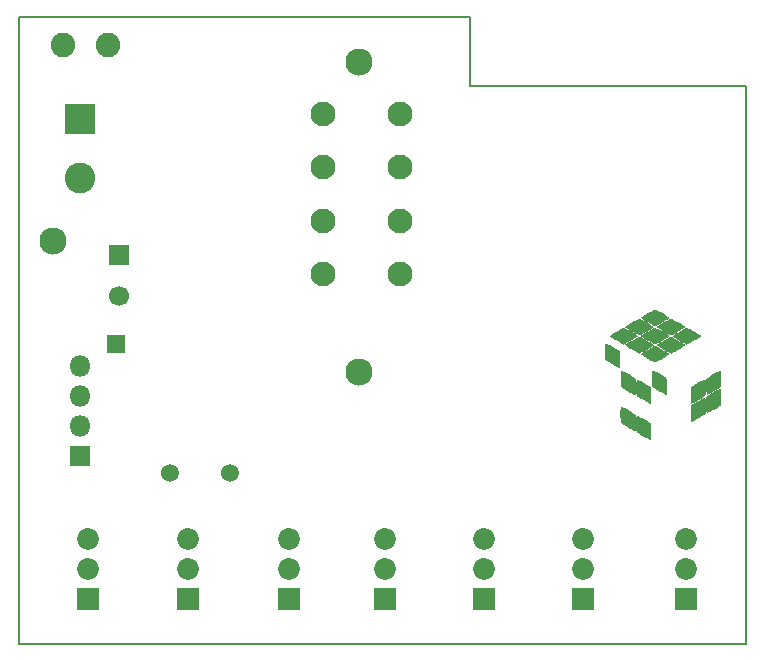
<source format=gbr>
%TF.GenerationSoftware,KiCad,Pcbnew,4.0.7-e2-6376~58~ubuntu16.04.1*%
%TF.CreationDate,2018-03-12T18:00:00+01:00*%
%TF.ProjectId,SLAMP-WiFi,534C414D502D576946692E6B69636164,rev?*%
%TF.FileFunction,Soldermask,Bot*%
%FSLAX46Y46*%
G04 Gerber Fmt 4.6, Leading zero omitted, Abs format (unit mm)*
G04 Created by KiCad (PCBNEW 4.0.7-e2-6376~58~ubuntu16.04.1) date Mon Mar 12 18:00:00 2018*
%MOMM*%
%LPD*%
G01*
G04 APERTURE LIST*
%ADD10C,0.127000*%
%ADD11C,0.010000*%
%ADD12C,2.300000*%
%ADD13R,1.600000X1.600000*%
%ADD14R,1.700000X1.700000*%
%ADD15C,1.700000*%
%ADD16R,2.600000X2.600000*%
%ADD17C,2.600000*%
%ADD18R,1.800000X1.800000*%
%ADD19O,1.800000X1.800000*%
%ADD20C,1.522400*%
%ADD21R,1.850000X1.850000*%
%ADD22C,1.850000*%
%ADD23C,2.100000*%
%ADD24C,2.082800*%
G04 APERTURE END LIST*
D10*
X143637000Y-54991000D02*
X143637000Y-56769000D01*
X181864000Y-54991000D02*
X143637000Y-54991000D01*
X181864000Y-56769000D02*
X181864000Y-54991000D01*
X143637000Y-56769000D02*
X143637000Y-60833000D01*
X181864000Y-58166000D02*
X181864000Y-56769000D01*
X181864000Y-60833000D02*
X181864000Y-58166000D01*
X201041000Y-60833000D02*
X181864000Y-60833000D01*
X143637000Y-108077000D02*
X143637000Y-60833000D01*
X205232000Y-108077000D02*
X143637000Y-108077000D01*
X205232000Y-60833000D02*
X205232000Y-108077000D01*
X201041000Y-60833000D02*
X205232000Y-60833000D01*
D11*
G36*
X195936873Y-88803835D02*
X195927599Y-88823863D01*
X195920708Y-88864064D01*
X195915866Y-88930021D01*
X195912736Y-89027316D01*
X195910983Y-89161528D01*
X195910271Y-89338241D01*
X195910200Y-89441245D01*
X195910935Y-89656950D01*
X195913272Y-89826197D01*
X195917413Y-89953309D01*
X195923558Y-90042610D01*
X195931910Y-90098423D01*
X195941950Y-90124216D01*
X195972048Y-90147555D01*
X196038521Y-90190851D01*
X196133969Y-90249820D01*
X196250991Y-90320178D01*
X196382185Y-90397642D01*
X196520150Y-90477928D01*
X196657486Y-90556752D01*
X196786790Y-90629830D01*
X196900661Y-90692879D01*
X196991699Y-90741616D01*
X197052502Y-90771755D01*
X197074293Y-90779600D01*
X197083982Y-90764960D01*
X197091552Y-90718550D01*
X197097169Y-90636628D01*
X197101003Y-90515455D01*
X197103223Y-90351291D01*
X197103996Y-90140396D01*
X197104000Y-90120492D01*
X197104000Y-89461385D01*
X197021450Y-89400500D01*
X196966014Y-89363434D01*
X196879176Y-89309952D01*
X196768591Y-89244350D01*
X196641912Y-89170924D01*
X196506793Y-89093972D01*
X196370890Y-89017790D01*
X196241855Y-88946675D01*
X196127343Y-88884923D01*
X196035009Y-88836831D01*
X195972506Y-88806697D01*
X195948868Y-88798400D01*
X195936873Y-88803835D01*
X195936873Y-88803835D01*
G37*
X195936873Y-88803835D02*
X195927599Y-88823863D01*
X195920708Y-88864064D01*
X195915866Y-88930021D01*
X195912736Y-89027316D01*
X195910983Y-89161528D01*
X195910271Y-89338241D01*
X195910200Y-89441245D01*
X195910935Y-89656950D01*
X195913272Y-89826197D01*
X195917413Y-89953309D01*
X195923558Y-90042610D01*
X195931910Y-90098423D01*
X195941950Y-90124216D01*
X195972048Y-90147555D01*
X196038521Y-90190851D01*
X196133969Y-90249820D01*
X196250991Y-90320178D01*
X196382185Y-90397642D01*
X196520150Y-90477928D01*
X196657486Y-90556752D01*
X196786790Y-90629830D01*
X196900661Y-90692879D01*
X196991699Y-90741616D01*
X197052502Y-90771755D01*
X197074293Y-90779600D01*
X197083982Y-90764960D01*
X197091552Y-90718550D01*
X197097169Y-90636628D01*
X197101003Y-90515455D01*
X197103223Y-90351291D01*
X197103996Y-90140396D01*
X197104000Y-90120492D01*
X197104000Y-89461385D01*
X197021450Y-89400500D01*
X196966014Y-89363434D01*
X196879176Y-89309952D01*
X196768591Y-89244350D01*
X196641912Y-89170924D01*
X196506793Y-89093972D01*
X196370890Y-89017790D01*
X196241855Y-88946675D01*
X196127343Y-88884923D01*
X196035009Y-88836831D01*
X195972506Y-88806697D01*
X195948868Y-88798400D01*
X195936873Y-88803835D01*
G36*
X194585090Y-88075350D02*
X194576467Y-88151118D01*
X194569879Y-88260432D01*
X194565323Y-88394686D01*
X194562798Y-88545275D01*
X194562300Y-88703592D01*
X194563827Y-88861030D01*
X194567377Y-89008984D01*
X194572947Y-89138848D01*
X194580535Y-89242015D01*
X194590137Y-89309879D01*
X194596125Y-89328750D01*
X194630250Y-89363114D01*
X194707104Y-89419123D01*
X194824241Y-89495187D01*
X194979213Y-89589721D01*
X195169573Y-89701135D01*
X195173508Y-89703400D01*
X195324321Y-89789819D01*
X195460488Y-89867148D01*
X195575868Y-89931955D01*
X195664318Y-89980809D01*
X195719694Y-90010278D01*
X195735940Y-90017600D01*
X195757890Y-89997460D01*
X195767783Y-89977422D01*
X195774994Y-89932391D01*
X195780147Y-89846417D01*
X195783359Y-89728450D01*
X195784748Y-89587439D01*
X195784429Y-89432335D01*
X195782522Y-89272088D01*
X195779142Y-89115647D01*
X195774406Y-88971963D01*
X195768433Y-88849986D01*
X195761340Y-88758666D01*
X195753242Y-88706952D01*
X195751076Y-88701264D01*
X195719456Y-88669551D01*
X195652134Y-88619950D01*
X195556292Y-88556562D01*
X195439112Y-88483487D01*
X195307775Y-88404824D01*
X195169465Y-88324673D01*
X195031363Y-88247134D01*
X194900651Y-88176308D01*
X194784512Y-88116294D01*
X194690126Y-88071192D01*
X194624677Y-88045102D01*
X194595750Y-88041736D01*
X194585090Y-88075350D01*
X194585090Y-88075350D01*
G37*
X194585090Y-88075350D02*
X194576467Y-88151118D01*
X194569879Y-88260432D01*
X194565323Y-88394686D01*
X194562798Y-88545275D01*
X194562300Y-88703592D01*
X194563827Y-88861030D01*
X194567377Y-89008984D01*
X194572947Y-89138848D01*
X194580535Y-89242015D01*
X194590137Y-89309879D01*
X194596125Y-89328750D01*
X194630250Y-89363114D01*
X194707104Y-89419123D01*
X194824241Y-89495187D01*
X194979213Y-89589721D01*
X195169573Y-89701135D01*
X195173508Y-89703400D01*
X195324321Y-89789819D01*
X195460488Y-89867148D01*
X195575868Y-89931955D01*
X195664318Y-89980809D01*
X195719694Y-90010278D01*
X195735940Y-90017600D01*
X195757890Y-89997460D01*
X195767783Y-89977422D01*
X195774994Y-89932391D01*
X195780147Y-89846417D01*
X195783359Y-89728450D01*
X195784748Y-89587439D01*
X195784429Y-89432335D01*
X195782522Y-89272088D01*
X195779142Y-89115647D01*
X195774406Y-88971963D01*
X195768433Y-88849986D01*
X195761340Y-88758666D01*
X195753242Y-88706952D01*
X195751076Y-88701264D01*
X195719456Y-88669551D01*
X195652134Y-88619950D01*
X195556292Y-88556562D01*
X195439112Y-88483487D01*
X195307775Y-88404824D01*
X195169465Y-88324673D01*
X195031363Y-88247134D01*
X194900651Y-88176308D01*
X194784512Y-88116294D01*
X194690126Y-88071192D01*
X194624677Y-88045102D01*
X194595750Y-88041736D01*
X194585090Y-88075350D01*
G36*
X201618788Y-87291211D02*
X201549520Y-87323650D01*
X201449252Y-87374909D01*
X201324437Y-87441623D01*
X201181529Y-87520428D01*
X201066400Y-87585419D01*
X200520300Y-87896700D01*
X200513512Y-88555391D01*
X200512410Y-88733595D01*
X200512814Y-88895013D01*
X200514593Y-89032702D01*
X200517617Y-89139719D01*
X200521753Y-89209119D01*
X200526308Y-89233667D01*
X200552763Y-89226909D01*
X200616848Y-89197592D01*
X200712409Y-89148923D01*
X200833295Y-89084110D01*
X200973354Y-89006358D01*
X201091896Y-88938826D01*
X201270344Y-88834376D01*
X201420948Y-88742774D01*
X201539696Y-88666615D01*
X201622576Y-88608491D01*
X201665576Y-88570997D01*
X201669519Y-88565351D01*
X201680325Y-88529035D01*
X201688208Y-88463100D01*
X201693341Y-88363005D01*
X201695896Y-88224212D01*
X201696045Y-88042182D01*
X201694919Y-87897035D01*
X201692535Y-87702359D01*
X201689582Y-87552770D01*
X201685649Y-87442559D01*
X201680326Y-87366011D01*
X201673201Y-87317416D01*
X201663863Y-87291063D01*
X201651903Y-87281238D01*
X201650600Y-87280954D01*
X201618788Y-87291211D01*
X201618788Y-87291211D01*
G37*
X201618788Y-87291211D02*
X201549520Y-87323650D01*
X201449252Y-87374909D01*
X201324437Y-87441623D01*
X201181529Y-87520428D01*
X201066400Y-87585419D01*
X200520300Y-87896700D01*
X200513512Y-88555391D01*
X200512410Y-88733595D01*
X200512814Y-88895013D01*
X200514593Y-89032702D01*
X200517617Y-89139719D01*
X200521753Y-89209119D01*
X200526308Y-89233667D01*
X200552763Y-89226909D01*
X200616848Y-89197592D01*
X200712409Y-89148923D01*
X200833295Y-89084110D01*
X200973354Y-89006358D01*
X201091896Y-88938826D01*
X201270344Y-88834376D01*
X201420948Y-88742774D01*
X201539696Y-88666615D01*
X201622576Y-88608491D01*
X201665576Y-88570997D01*
X201669519Y-88565351D01*
X201680325Y-88529035D01*
X201688208Y-88463100D01*
X201693341Y-88363005D01*
X201695896Y-88224212D01*
X201696045Y-88042182D01*
X201694919Y-87897035D01*
X201692535Y-87702359D01*
X201689582Y-87552770D01*
X201685649Y-87442559D01*
X201680326Y-87366011D01*
X201673201Y-87317416D01*
X201663863Y-87291063D01*
X201651903Y-87281238D01*
X201650600Y-87280954D01*
X201618788Y-87291211D01*
G36*
X202969982Y-86508192D02*
X202905869Y-86538055D01*
X202812633Y-86585766D01*
X202697525Y-86647234D01*
X202567796Y-86718368D01*
X202430697Y-86795077D01*
X202293477Y-86873269D01*
X202163388Y-86948854D01*
X202047680Y-87017739D01*
X201953603Y-87075833D01*
X201888409Y-87119046D01*
X201860150Y-87142168D01*
X201849540Y-87170542D01*
X201841325Y-87228366D01*
X201835305Y-87319961D01*
X201831278Y-87449648D01*
X201829045Y-87621746D01*
X201828400Y-87825354D01*
X201828618Y-88022926D01*
X201829538Y-88175460D01*
X201831557Y-88288715D01*
X201835076Y-88368453D01*
X201840492Y-88420434D01*
X201848205Y-88450418D01*
X201858613Y-88464166D01*
X201872116Y-88467439D01*
X201872850Y-88467431D01*
X201906960Y-88454993D01*
X201978049Y-88420561D01*
X202079235Y-88367768D01*
X202203634Y-88300248D01*
X202344365Y-88221635D01*
X202419271Y-88178978D01*
X202566646Y-88093797D01*
X202701445Y-88014528D01*
X202816596Y-87945438D01*
X202905027Y-87890797D01*
X202959665Y-87854871D01*
X202971721Y-87845609D01*
X202987243Y-87829097D01*
X202999215Y-87806976D01*
X203008095Y-87772990D01*
X203014344Y-87720883D01*
X203018419Y-87644401D01*
X203020779Y-87537287D01*
X203021885Y-87393286D01*
X203022194Y-87206142D01*
X203022200Y-87157662D01*
X203021251Y-86960130D01*
X203018525Y-86791591D01*
X203014202Y-86656905D01*
X203008463Y-86560933D01*
X203001490Y-86508537D01*
X202997722Y-86500269D01*
X202969982Y-86508192D01*
X202969982Y-86508192D01*
G37*
X202969982Y-86508192D02*
X202905869Y-86538055D01*
X202812633Y-86585766D01*
X202697525Y-86647234D01*
X202567796Y-86718368D01*
X202430697Y-86795077D01*
X202293477Y-86873269D01*
X202163388Y-86948854D01*
X202047680Y-87017739D01*
X201953603Y-87075833D01*
X201888409Y-87119046D01*
X201860150Y-87142168D01*
X201849540Y-87170542D01*
X201841325Y-87228366D01*
X201835305Y-87319961D01*
X201831278Y-87449648D01*
X201829045Y-87621746D01*
X201828400Y-87825354D01*
X201828618Y-88022926D01*
X201829538Y-88175460D01*
X201831557Y-88288715D01*
X201835076Y-88368453D01*
X201840492Y-88420434D01*
X201848205Y-88450418D01*
X201858613Y-88464166D01*
X201872116Y-88467439D01*
X201872850Y-88467431D01*
X201906960Y-88454993D01*
X201978049Y-88420561D01*
X202079235Y-88367768D01*
X202203634Y-88300248D01*
X202344365Y-88221635D01*
X202419271Y-88178978D01*
X202566646Y-88093797D01*
X202701445Y-88014528D01*
X202816596Y-87945438D01*
X202905027Y-87890797D01*
X202959665Y-87854871D01*
X202971721Y-87845609D01*
X202987243Y-87829097D01*
X202999215Y-87806976D01*
X203008095Y-87772990D01*
X203014344Y-87720883D01*
X203018419Y-87644401D01*
X203020779Y-87537287D01*
X203021885Y-87393286D01*
X203022194Y-87206142D01*
X203022200Y-87157662D01*
X203021251Y-86960130D01*
X203018525Y-86791591D01*
X203014202Y-86656905D01*
X203008463Y-86560933D01*
X203001490Y-86508537D01*
X202997722Y-86500269D01*
X202969982Y-86508192D01*
G36*
X201617836Y-85737248D02*
X201553050Y-85771140D01*
X201459464Y-85822392D01*
X201344523Y-85886721D01*
X201215670Y-85959844D01*
X201080348Y-86037480D01*
X200946001Y-86115345D01*
X200820072Y-86189157D01*
X200710006Y-86254632D01*
X200623246Y-86307489D01*
X200567236Y-86343444D01*
X200552050Y-86354622D01*
X200538435Y-86370447D01*
X200527896Y-86395377D01*
X200520047Y-86435465D01*
X200514500Y-86496763D01*
X200510870Y-86585323D01*
X200508768Y-86707196D01*
X200507808Y-86868435D01*
X200507600Y-87049736D01*
X200508140Y-87258776D01*
X200509908Y-87421609D01*
X200513126Y-87542819D01*
X200518016Y-87626991D01*
X200524799Y-87678707D01*
X200533699Y-87702552D01*
X200539350Y-87705457D01*
X200569421Y-87693070D01*
X200637002Y-87658660D01*
X200735671Y-87605713D01*
X200859006Y-87537714D01*
X201000586Y-87458146D01*
X201108644Y-87396551D01*
X201309709Y-87279442D01*
X201466038Y-87184252D01*
X201578462Y-87110439D01*
X201647810Y-87057460D01*
X201673794Y-87027798D01*
X201681196Y-86986661D01*
X201687627Y-86903768D01*
X201693000Y-86788158D01*
X201697227Y-86648868D01*
X201700221Y-86494935D01*
X201701895Y-86335397D01*
X201702162Y-86179291D01*
X201700934Y-86035654D01*
X201698124Y-85913524D01*
X201693645Y-85821938D01*
X201687410Y-85769934D01*
X201685983Y-85765177D01*
X201660349Y-85730276D01*
X201646380Y-85725000D01*
X201617836Y-85737248D01*
X201617836Y-85737248D01*
G37*
X201617836Y-85737248D02*
X201553050Y-85771140D01*
X201459464Y-85822392D01*
X201344523Y-85886721D01*
X201215670Y-85959844D01*
X201080348Y-86037480D01*
X200946001Y-86115345D01*
X200820072Y-86189157D01*
X200710006Y-86254632D01*
X200623246Y-86307489D01*
X200567236Y-86343444D01*
X200552050Y-86354622D01*
X200538435Y-86370447D01*
X200527896Y-86395377D01*
X200520047Y-86435465D01*
X200514500Y-86496763D01*
X200510870Y-86585323D01*
X200508768Y-86707196D01*
X200507808Y-86868435D01*
X200507600Y-87049736D01*
X200508140Y-87258776D01*
X200509908Y-87421609D01*
X200513126Y-87542819D01*
X200518016Y-87626991D01*
X200524799Y-87678707D01*
X200533699Y-87702552D01*
X200539350Y-87705457D01*
X200569421Y-87693070D01*
X200637002Y-87658660D01*
X200735671Y-87605713D01*
X200859006Y-87537714D01*
X201000586Y-87458146D01*
X201108644Y-87396551D01*
X201309709Y-87279442D01*
X201466038Y-87184252D01*
X201578462Y-87110439D01*
X201647810Y-87057460D01*
X201673794Y-87027798D01*
X201681196Y-86986661D01*
X201687627Y-86903768D01*
X201693000Y-86788158D01*
X201697227Y-86648868D01*
X201700221Y-86494935D01*
X201701895Y-86335397D01*
X201702162Y-86179291D01*
X201700934Y-86035654D01*
X201698124Y-85913524D01*
X201693645Y-85821938D01*
X201687410Y-85769934D01*
X201685983Y-85765177D01*
X201660349Y-85730276D01*
X201646380Y-85725000D01*
X201617836Y-85737248D01*
G36*
X195932570Y-85764585D02*
X195923690Y-85835550D01*
X195916731Y-85940672D01*
X195911701Y-86071647D01*
X195908608Y-86220171D01*
X195907463Y-86377941D01*
X195908272Y-86536653D01*
X195911047Y-86688002D01*
X195915794Y-86823686D01*
X195922524Y-86935401D01*
X195931245Y-87014842D01*
X195941950Y-87053685D01*
X195972122Y-87077814D01*
X196038815Y-87121802D01*
X196134566Y-87181336D01*
X196251915Y-87252104D01*
X196383398Y-87329793D01*
X196521553Y-87410089D01*
X196658919Y-87488680D01*
X196788033Y-87561254D01*
X196901434Y-87623496D01*
X196991659Y-87671094D01*
X197051247Y-87699736D01*
X197070920Y-87706200D01*
X197081442Y-87696558D01*
X197089605Y-87664332D01*
X197095664Y-87604569D01*
X197099875Y-87512315D01*
X197102491Y-87382616D01*
X197103767Y-87210521D01*
X197104000Y-87063354D01*
X197103252Y-86846898D01*
X197100873Y-86676934D01*
X197096666Y-86549176D01*
X197090432Y-86459336D01*
X197081973Y-86403127D01*
X197072250Y-86377693D01*
X197039920Y-86350746D01*
X196971843Y-86305072D01*
X196875371Y-86244852D01*
X196757855Y-86174262D01*
X196626646Y-86097480D01*
X196489095Y-86018685D01*
X196352553Y-85942055D01*
X196224371Y-85871766D01*
X196111900Y-85811999D01*
X196022490Y-85766929D01*
X195963493Y-85740736D01*
X195943360Y-85736081D01*
X195932570Y-85764585D01*
X195932570Y-85764585D01*
G37*
X195932570Y-85764585D02*
X195923690Y-85835550D01*
X195916731Y-85940672D01*
X195911701Y-86071647D01*
X195908608Y-86220171D01*
X195907463Y-86377941D01*
X195908272Y-86536653D01*
X195911047Y-86688002D01*
X195915794Y-86823686D01*
X195922524Y-86935401D01*
X195931245Y-87014842D01*
X195941950Y-87053685D01*
X195972122Y-87077814D01*
X196038815Y-87121802D01*
X196134566Y-87181336D01*
X196251915Y-87252104D01*
X196383398Y-87329793D01*
X196521553Y-87410089D01*
X196658919Y-87488680D01*
X196788033Y-87561254D01*
X196901434Y-87623496D01*
X196991659Y-87671094D01*
X197051247Y-87699736D01*
X197070920Y-87706200D01*
X197081442Y-87696558D01*
X197089605Y-87664332D01*
X197095664Y-87604569D01*
X197099875Y-87512315D01*
X197102491Y-87382616D01*
X197103767Y-87210521D01*
X197104000Y-87063354D01*
X197103252Y-86846898D01*
X197100873Y-86676934D01*
X197096666Y-86549176D01*
X197090432Y-86459336D01*
X197081973Y-86403127D01*
X197072250Y-86377693D01*
X197039920Y-86350746D01*
X196971843Y-86305072D01*
X196875371Y-86244852D01*
X196757855Y-86174262D01*
X196626646Y-86097480D01*
X196489095Y-86018685D01*
X196352553Y-85942055D01*
X196224371Y-85871766D01*
X196111900Y-85811999D01*
X196022490Y-85766929D01*
X195963493Y-85740736D01*
X195943360Y-85736081D01*
X195932570Y-85764585D01*
G36*
X202951881Y-84975464D02*
X202882012Y-85009957D01*
X202783822Y-85062130D01*
X202664860Y-85127633D01*
X202532673Y-85202116D01*
X202394808Y-85281231D01*
X202258812Y-85360628D01*
X202132233Y-85435957D01*
X202022618Y-85502869D01*
X201937514Y-85557015D01*
X201884469Y-85594045D01*
X201872421Y-85604675D01*
X201858518Y-85624309D01*
X201847943Y-85651897D01*
X201840348Y-85693741D01*
X201835382Y-85756142D01*
X201832695Y-85845401D01*
X201831939Y-85967821D01*
X201832764Y-86129702D01*
X201834321Y-86291389D01*
X201837527Y-86498615D01*
X201842252Y-86669641D01*
X201848325Y-86801073D01*
X201855577Y-86889519D01*
X201863839Y-86931586D01*
X201866500Y-86934658D01*
X201894790Y-86924639D01*
X201960693Y-86892560D01*
X202057847Y-86841793D01*
X202179890Y-86775710D01*
X202320461Y-86697685D01*
X202425300Y-86638437D01*
X202576031Y-86551643D01*
X202712906Y-86470917D01*
X202829383Y-86400272D01*
X202918918Y-86343722D01*
X202974970Y-86305281D01*
X202990450Y-86291770D01*
X203001095Y-86262138D01*
X203009333Y-86202716D01*
X203015364Y-86109219D01*
X203019385Y-85977364D01*
X203021596Y-85802868D01*
X203022200Y-85605845D01*
X203021814Y-85404944D01*
X203020452Y-85249427D01*
X203017807Y-85133884D01*
X203013574Y-85052904D01*
X203007448Y-85001075D01*
X202999123Y-84972987D01*
X202988293Y-84963228D01*
X202985883Y-84963000D01*
X202951881Y-84975464D01*
X202951881Y-84975464D01*
G37*
X202951881Y-84975464D02*
X202882012Y-85009957D01*
X202783822Y-85062130D01*
X202664860Y-85127633D01*
X202532673Y-85202116D01*
X202394808Y-85281231D01*
X202258812Y-85360628D01*
X202132233Y-85435957D01*
X202022618Y-85502869D01*
X201937514Y-85557015D01*
X201884469Y-85594045D01*
X201872421Y-85604675D01*
X201858518Y-85624309D01*
X201847943Y-85651897D01*
X201840348Y-85693741D01*
X201835382Y-85756142D01*
X201832695Y-85845401D01*
X201831939Y-85967821D01*
X201832764Y-86129702D01*
X201834321Y-86291389D01*
X201837527Y-86498615D01*
X201842252Y-86669641D01*
X201848325Y-86801073D01*
X201855577Y-86889519D01*
X201863839Y-86931586D01*
X201866500Y-86934658D01*
X201894790Y-86924639D01*
X201960693Y-86892560D01*
X202057847Y-86841793D01*
X202179890Y-86775710D01*
X202320461Y-86697685D01*
X202425300Y-86638437D01*
X202576031Y-86551643D01*
X202712906Y-86470917D01*
X202829383Y-86400272D01*
X202918918Y-86343722D01*
X202974970Y-86305281D01*
X202990450Y-86291770D01*
X203001095Y-86262138D01*
X203009333Y-86202716D01*
X203015364Y-86109219D01*
X203019385Y-85977364D01*
X203021596Y-85802868D01*
X203022200Y-85605845D01*
X203021814Y-85404944D01*
X203020452Y-85249427D01*
X203017807Y-85133884D01*
X203013574Y-85052904D01*
X203007448Y-85001075D01*
X202999123Y-84972987D01*
X202988293Y-84963228D01*
X202985883Y-84963000D01*
X202951881Y-84975464D01*
G36*
X197280026Y-84972724D02*
X197271087Y-84990850D01*
X197264744Y-85027808D01*
X197260554Y-85089233D01*
X197258070Y-85180758D01*
X197256847Y-85308017D01*
X197256439Y-85476643D01*
X197256400Y-85616500D01*
X197256669Y-85818328D01*
X197257730Y-85975396D01*
X197259969Y-86093746D01*
X197263770Y-86179417D01*
X197269517Y-86238449D01*
X197277595Y-86276881D01*
X197288388Y-86300755D01*
X197300850Y-86314880D01*
X197334332Y-86337790D01*
X197403070Y-86380233D01*
X197499646Y-86437951D01*
X197616643Y-86506690D01*
X197746641Y-86582192D01*
X197882222Y-86660203D01*
X198015969Y-86736466D01*
X198140462Y-86806725D01*
X198248283Y-86866724D01*
X198332014Y-86912208D01*
X198384237Y-86938919D01*
X198397782Y-86944200D01*
X198431562Y-86928887D01*
X198433267Y-86927266D01*
X198438236Y-86897953D01*
X198442629Y-86825445D01*
X198446219Y-86717348D01*
X198448779Y-86581266D01*
X198450082Y-86424804D01*
X198450200Y-86359556D01*
X198449261Y-86153285D01*
X198445797Y-85990928D01*
X198438838Y-85865627D01*
X198427415Y-85770520D01*
X198410559Y-85698747D01*
X198387300Y-85643447D01*
X198356670Y-85597760D01*
X198339772Y-85578010D01*
X198303245Y-85549184D01*
X198230501Y-85500566D01*
X198129751Y-85436989D01*
X198009210Y-85363289D01*
X197877090Y-85284298D01*
X197741605Y-85204852D01*
X197610969Y-85129784D01*
X197493394Y-85063928D01*
X197397095Y-85012120D01*
X197330284Y-84979192D01*
X197307479Y-84970432D01*
X197292008Y-84967796D01*
X197280026Y-84972724D01*
X197280026Y-84972724D01*
G37*
X197280026Y-84972724D02*
X197271087Y-84990850D01*
X197264744Y-85027808D01*
X197260554Y-85089233D01*
X197258070Y-85180758D01*
X197256847Y-85308017D01*
X197256439Y-85476643D01*
X197256400Y-85616500D01*
X197256669Y-85818328D01*
X197257730Y-85975396D01*
X197259969Y-86093746D01*
X197263770Y-86179417D01*
X197269517Y-86238449D01*
X197277595Y-86276881D01*
X197288388Y-86300755D01*
X197300850Y-86314880D01*
X197334332Y-86337790D01*
X197403070Y-86380233D01*
X197499646Y-86437951D01*
X197616643Y-86506690D01*
X197746641Y-86582192D01*
X197882222Y-86660203D01*
X198015969Y-86736466D01*
X198140462Y-86806725D01*
X198248283Y-86866724D01*
X198332014Y-86912208D01*
X198384237Y-86938919D01*
X198397782Y-86944200D01*
X198431562Y-86928887D01*
X198433267Y-86927266D01*
X198438236Y-86897953D01*
X198442629Y-86825445D01*
X198446219Y-86717348D01*
X198448779Y-86581266D01*
X198450082Y-86424804D01*
X198450200Y-86359556D01*
X198449261Y-86153285D01*
X198445797Y-85990928D01*
X198438838Y-85865627D01*
X198427415Y-85770520D01*
X198410559Y-85698747D01*
X198387300Y-85643447D01*
X198356670Y-85597760D01*
X198339772Y-85578010D01*
X198303245Y-85549184D01*
X198230501Y-85500566D01*
X198129751Y-85436989D01*
X198009210Y-85363289D01*
X197877090Y-85284298D01*
X197741605Y-85204852D01*
X197610969Y-85129784D01*
X197493394Y-85063928D01*
X197397095Y-85012120D01*
X197330284Y-84979192D01*
X197307479Y-84970432D01*
X197292008Y-84967796D01*
X197280026Y-84972724D01*
G36*
X194602825Y-84968811D02*
X194588769Y-84989767D01*
X194578477Y-85031150D01*
X194571557Y-85098242D01*
X194567621Y-85196325D01*
X194566279Y-85330681D01*
X194567139Y-85506591D01*
X194568984Y-85668019D01*
X194571709Y-85856803D01*
X194574708Y-86001398D01*
X194578584Y-86108415D01*
X194583944Y-86184463D01*
X194591394Y-86236152D01*
X194601540Y-86270093D01*
X194614986Y-86292895D01*
X194627500Y-86306564D01*
X194663154Y-86332923D01*
X194733850Y-86378635D01*
X194832104Y-86439338D01*
X194950428Y-86510669D01*
X195081337Y-86588268D01*
X195217345Y-86667771D01*
X195350967Y-86744819D01*
X195474715Y-86815048D01*
X195581104Y-86874096D01*
X195662648Y-86917603D01*
X195711861Y-86941206D01*
X195721817Y-86944184D01*
X195762634Y-86930417D01*
X195766267Y-86927266D01*
X195772914Y-86895816D01*
X195777926Y-86822126D01*
X195781375Y-86714728D01*
X195783330Y-86582153D01*
X195783860Y-86432934D01*
X195783035Y-86275602D01*
X195780925Y-86118688D01*
X195777600Y-85970724D01*
X195773128Y-85840242D01*
X195767581Y-85735773D01*
X195761027Y-85665850D01*
X195755768Y-85641783D01*
X195722452Y-85605988D01*
X195645203Y-85548875D01*
X195523585Y-85470160D01*
X195357163Y-85369556D01*
X195190018Y-85272288D01*
X195039392Y-85186441D01*
X194902510Y-85109749D01*
X194785767Y-85045686D01*
X194695556Y-84997729D01*
X194638273Y-84969353D01*
X194621034Y-84963000D01*
X194602825Y-84968811D01*
X194602825Y-84968811D01*
G37*
X194602825Y-84968811D02*
X194588769Y-84989767D01*
X194578477Y-85031150D01*
X194571557Y-85098242D01*
X194567621Y-85196325D01*
X194566279Y-85330681D01*
X194567139Y-85506591D01*
X194568984Y-85668019D01*
X194571709Y-85856803D01*
X194574708Y-86001398D01*
X194578584Y-86108415D01*
X194583944Y-86184463D01*
X194591394Y-86236152D01*
X194601540Y-86270093D01*
X194614986Y-86292895D01*
X194627500Y-86306564D01*
X194663154Y-86332923D01*
X194733850Y-86378635D01*
X194832104Y-86439338D01*
X194950428Y-86510669D01*
X195081337Y-86588268D01*
X195217345Y-86667771D01*
X195350967Y-86744819D01*
X195474715Y-86815048D01*
X195581104Y-86874096D01*
X195662648Y-86917603D01*
X195711861Y-86941206D01*
X195721817Y-86944184D01*
X195762634Y-86930417D01*
X195766267Y-86927266D01*
X195772914Y-86895816D01*
X195777926Y-86822126D01*
X195781375Y-86714728D01*
X195783330Y-86582153D01*
X195783860Y-86432934D01*
X195783035Y-86275602D01*
X195780925Y-86118688D01*
X195777600Y-85970724D01*
X195773128Y-85840242D01*
X195767581Y-85735773D01*
X195761027Y-85665850D01*
X195755768Y-85641783D01*
X195722452Y-85605988D01*
X195645203Y-85548875D01*
X195523585Y-85470160D01*
X195357163Y-85369556D01*
X195190018Y-85272288D01*
X195039392Y-85186441D01*
X194902510Y-85109749D01*
X194785767Y-85045686D01*
X194695556Y-84997729D01*
X194638273Y-84969353D01*
X194621034Y-84963000D01*
X194602825Y-84968811D01*
G36*
X193312578Y-82705474D02*
X193289193Y-82718484D01*
X193271717Y-82747107D01*
X193259301Y-82797019D01*
X193251094Y-82873899D01*
X193246244Y-82983424D01*
X193243901Y-83131271D01*
X193243214Y-83323119D01*
X193243200Y-83366587D01*
X193243200Y-83969814D01*
X193325750Y-84031533D01*
X193367414Y-84058889D01*
X193445024Y-84106445D01*
X193550313Y-84169392D01*
X193675012Y-84242917D01*
X193810853Y-84322210D01*
X193949567Y-84402459D01*
X194082886Y-84478853D01*
X194202541Y-84546581D01*
X194300264Y-84600831D01*
X194351111Y-84628168D01*
X194398445Y-84644089D01*
X194420961Y-84640372D01*
X194425678Y-84611235D01*
X194429561Y-84539657D01*
X194432606Y-84433987D01*
X194434810Y-84302579D01*
X194436167Y-84153783D01*
X194436674Y-83995951D01*
X194436326Y-83837434D01*
X194435119Y-83686584D01*
X194433050Y-83551751D01*
X194430113Y-83441288D01*
X194426305Y-83363546D01*
X194421621Y-83326876D01*
X194396073Y-83303770D01*
X194333481Y-83260807D01*
X194241435Y-83202380D01*
X194127529Y-83132884D01*
X193999354Y-83056714D01*
X193864502Y-82978263D01*
X193730566Y-82901927D01*
X193605137Y-82832099D01*
X193495808Y-82773174D01*
X193410170Y-82729546D01*
X193355817Y-82705610D01*
X193342724Y-82702400D01*
X193312578Y-82705474D01*
X193312578Y-82705474D01*
G37*
X193312578Y-82705474D02*
X193289193Y-82718484D01*
X193271717Y-82747107D01*
X193259301Y-82797019D01*
X193251094Y-82873899D01*
X193246244Y-82983424D01*
X193243901Y-83131271D01*
X193243214Y-83323119D01*
X193243200Y-83366587D01*
X193243200Y-83969814D01*
X193325750Y-84031533D01*
X193367414Y-84058889D01*
X193445024Y-84106445D01*
X193550313Y-84169392D01*
X193675012Y-84242917D01*
X193810853Y-84322210D01*
X193949567Y-84402459D01*
X194082886Y-84478853D01*
X194202541Y-84546581D01*
X194300264Y-84600831D01*
X194351111Y-84628168D01*
X194398445Y-84644089D01*
X194420961Y-84640372D01*
X194425678Y-84611235D01*
X194429561Y-84539657D01*
X194432606Y-84433987D01*
X194434810Y-84302579D01*
X194436167Y-84153783D01*
X194436674Y-83995951D01*
X194436326Y-83837434D01*
X194435119Y-83686584D01*
X194433050Y-83551751D01*
X194430113Y-83441288D01*
X194426305Y-83363546D01*
X194421621Y-83326876D01*
X194396073Y-83303770D01*
X194333481Y-83260807D01*
X194241435Y-83202380D01*
X194127529Y-83132884D01*
X193999354Y-83056714D01*
X193864502Y-82978263D01*
X193730566Y-82901927D01*
X193605137Y-82832099D01*
X193495808Y-82773174D01*
X193410170Y-82729546D01*
X193355817Y-82705610D01*
X193342724Y-82702400D01*
X193312578Y-82705474D01*
G36*
X197429554Y-82892558D02*
X197358234Y-82926486D01*
X197259525Y-82977903D01*
X197140643Y-83042632D01*
X197008805Y-83116498D01*
X196871227Y-83195323D01*
X196735124Y-83274930D01*
X196607713Y-83351144D01*
X196496210Y-83419787D01*
X196407830Y-83476683D01*
X196349790Y-83517655D01*
X196329300Y-83538376D01*
X196350469Y-83560326D01*
X196409163Y-83602168D01*
X196498166Y-83659736D01*
X196610261Y-83728864D01*
X196738233Y-83805388D01*
X196874864Y-83885140D01*
X197012938Y-83963955D01*
X197145238Y-84037668D01*
X197264548Y-84102112D01*
X197363651Y-84153122D01*
X197435331Y-84186532D01*
X197472300Y-84198179D01*
X197507811Y-84185403D01*
X197580345Y-84150333D01*
X197683197Y-84096531D01*
X197809664Y-84027564D01*
X197953044Y-83946994D01*
X198056291Y-83887682D01*
X198205037Y-83800127D01*
X198338359Y-83719055D01*
X198450125Y-83648408D01*
X198534204Y-83592126D01*
X198584465Y-83554151D01*
X198596238Y-83540600D01*
X198576963Y-83518658D01*
X198520169Y-83476740D01*
X198433025Y-83419035D01*
X198322697Y-83349731D01*
X198196354Y-83273016D01*
X198061162Y-83193079D01*
X197924288Y-83114106D01*
X197792899Y-83040288D01*
X197674164Y-82975812D01*
X197575249Y-82924865D01*
X197503321Y-82891637D01*
X197466270Y-82880296D01*
X197429554Y-82892558D01*
X197429554Y-82892558D01*
G37*
X197429554Y-82892558D02*
X197358234Y-82926486D01*
X197259525Y-82977903D01*
X197140643Y-83042632D01*
X197008805Y-83116498D01*
X196871227Y-83195323D01*
X196735124Y-83274930D01*
X196607713Y-83351144D01*
X196496210Y-83419787D01*
X196407830Y-83476683D01*
X196349790Y-83517655D01*
X196329300Y-83538376D01*
X196350469Y-83560326D01*
X196409163Y-83602168D01*
X196498166Y-83659736D01*
X196610261Y-83728864D01*
X196738233Y-83805388D01*
X196874864Y-83885140D01*
X197012938Y-83963955D01*
X197145238Y-84037668D01*
X197264548Y-84102112D01*
X197363651Y-84153122D01*
X197435331Y-84186532D01*
X197472300Y-84198179D01*
X197507811Y-84185403D01*
X197580345Y-84150333D01*
X197683197Y-84096531D01*
X197809664Y-84027564D01*
X197953044Y-83946994D01*
X198056291Y-83887682D01*
X198205037Y-83800127D01*
X198338359Y-83719055D01*
X198450125Y-83648408D01*
X198534204Y-83592126D01*
X198584465Y-83554151D01*
X198596238Y-83540600D01*
X198576963Y-83518658D01*
X198520169Y-83476740D01*
X198433025Y-83419035D01*
X198322697Y-83349731D01*
X198196354Y-83273016D01*
X198061162Y-83193079D01*
X197924288Y-83114106D01*
X197792899Y-83040288D01*
X197674164Y-82975812D01*
X197575249Y-82924865D01*
X197503321Y-82891637D01*
X197466270Y-82880296D01*
X197429554Y-82892558D01*
G36*
X198761361Y-82130412D02*
X198688964Y-82164272D01*
X198589680Y-82215607D01*
X198470678Y-82280250D01*
X198339124Y-82354029D01*
X198202189Y-82432776D01*
X198067040Y-82512321D01*
X197940846Y-82588494D01*
X197830775Y-82657125D01*
X197743996Y-82714045D01*
X197687677Y-82755084D01*
X197668954Y-82775925D01*
X197691904Y-82797653D01*
X197752132Y-82839567D01*
X197842367Y-82897434D01*
X197955342Y-82967020D01*
X198083787Y-83044092D01*
X198220434Y-83124415D01*
X198358014Y-83203755D01*
X198489258Y-83277880D01*
X198606897Y-83342556D01*
X198703663Y-83393548D01*
X198772287Y-83426624D01*
X198804957Y-83437590D01*
X198836978Y-83424945D01*
X198906399Y-83390145D01*
X199006763Y-83336674D01*
X199131618Y-83268020D01*
X199274507Y-83187668D01*
X199390000Y-83121609D01*
X199540230Y-83033784D01*
X199674652Y-82952731D01*
X199787300Y-82882250D01*
X199872207Y-82826142D01*
X199923404Y-82788208D01*
X199936100Y-82773769D01*
X199914961Y-82752669D01*
X199856358Y-82711579D01*
X199767517Y-82654668D01*
X199655663Y-82586102D01*
X199528022Y-82510051D01*
X199391819Y-82430681D01*
X199254278Y-82352163D01*
X199122624Y-82278662D01*
X199004084Y-82214348D01*
X198905882Y-82163388D01*
X198835242Y-82129951D01*
X198799702Y-82118200D01*
X198761361Y-82130412D01*
X198761361Y-82130412D01*
G37*
X198761361Y-82130412D02*
X198688964Y-82164272D01*
X198589680Y-82215607D01*
X198470678Y-82280250D01*
X198339124Y-82354029D01*
X198202189Y-82432776D01*
X198067040Y-82512321D01*
X197940846Y-82588494D01*
X197830775Y-82657125D01*
X197743996Y-82714045D01*
X197687677Y-82755084D01*
X197668954Y-82775925D01*
X197691904Y-82797653D01*
X197752132Y-82839567D01*
X197842367Y-82897434D01*
X197955342Y-82967020D01*
X198083787Y-83044092D01*
X198220434Y-83124415D01*
X198358014Y-83203755D01*
X198489258Y-83277880D01*
X198606897Y-83342556D01*
X198703663Y-83393548D01*
X198772287Y-83426624D01*
X198804957Y-83437590D01*
X198836978Y-83424945D01*
X198906399Y-83390145D01*
X199006763Y-83336674D01*
X199131618Y-83268020D01*
X199274507Y-83187668D01*
X199390000Y-83121609D01*
X199540230Y-83033784D01*
X199674652Y-82952731D01*
X199787300Y-82882250D01*
X199872207Y-82826142D01*
X199923404Y-82788208D01*
X199936100Y-82773769D01*
X199914961Y-82752669D01*
X199856358Y-82711579D01*
X199767517Y-82654668D01*
X199655663Y-82586102D01*
X199528022Y-82510051D01*
X199391819Y-82430681D01*
X199254278Y-82352163D01*
X199122624Y-82278662D01*
X199004084Y-82214348D01*
X198905882Y-82163388D01*
X198835242Y-82129951D01*
X198799702Y-82118200D01*
X198761361Y-82130412D01*
G36*
X196100159Y-82130233D02*
X196029966Y-82163565D01*
X195930912Y-82214042D01*
X195810524Y-82277511D01*
X195676330Y-82349821D01*
X195535857Y-82426818D01*
X195396635Y-82504349D01*
X195266190Y-82578261D01*
X195152051Y-82644402D01*
X195061746Y-82698618D01*
X195002802Y-82736758D01*
X194983214Y-82753016D01*
X194990698Y-82781935D01*
X195015449Y-82809506D01*
X195055335Y-82837300D01*
X195129913Y-82883428D01*
X195231709Y-82943716D01*
X195353246Y-83013985D01*
X195487050Y-83090059D01*
X195625643Y-83167762D01*
X195761552Y-83242917D01*
X195887301Y-83311347D01*
X195995413Y-83368876D01*
X196078413Y-83411326D01*
X196128827Y-83434521D01*
X196139607Y-83437590D01*
X196171163Y-83424956D01*
X196240152Y-83390183D01*
X196340142Y-83336755D01*
X196464701Y-83268153D01*
X196607396Y-83187861D01*
X196723000Y-83121746D01*
X196873638Y-83033862D01*
X197008889Y-82952754D01*
X197122694Y-82882236D01*
X197208995Y-82826122D01*
X197261732Y-82788223D01*
X197275647Y-82773906D01*
X197256437Y-82752349D01*
X197199538Y-82711058D01*
X197112117Y-82654149D01*
X197001338Y-82585738D01*
X196874368Y-82509939D01*
X196738371Y-82430869D01*
X196600514Y-82352642D01*
X196467962Y-82279374D01*
X196347881Y-82215180D01*
X196247435Y-82164177D01*
X196173792Y-82130478D01*
X196134116Y-82118200D01*
X196133961Y-82118200D01*
X196100159Y-82130233D01*
X196100159Y-82130233D01*
G37*
X196100159Y-82130233D02*
X196029966Y-82163565D01*
X195930912Y-82214042D01*
X195810524Y-82277511D01*
X195676330Y-82349821D01*
X195535857Y-82426818D01*
X195396635Y-82504349D01*
X195266190Y-82578261D01*
X195152051Y-82644402D01*
X195061746Y-82698618D01*
X195002802Y-82736758D01*
X194983214Y-82753016D01*
X194990698Y-82781935D01*
X195015449Y-82809506D01*
X195055335Y-82837300D01*
X195129913Y-82883428D01*
X195231709Y-82943716D01*
X195353246Y-83013985D01*
X195487050Y-83090059D01*
X195625643Y-83167762D01*
X195761552Y-83242917D01*
X195887301Y-83311347D01*
X195995413Y-83368876D01*
X196078413Y-83411326D01*
X196128827Y-83434521D01*
X196139607Y-83437590D01*
X196171163Y-83424956D01*
X196240152Y-83390183D01*
X196340142Y-83336755D01*
X196464701Y-83268153D01*
X196607396Y-83187861D01*
X196723000Y-83121746D01*
X196873638Y-83033862D01*
X197008889Y-82952754D01*
X197122694Y-82882236D01*
X197208995Y-82826122D01*
X197261732Y-82788223D01*
X197275647Y-82773906D01*
X197256437Y-82752349D01*
X197199538Y-82711058D01*
X197112117Y-82654149D01*
X197001338Y-82585738D01*
X196874368Y-82509939D01*
X196738371Y-82430869D01*
X196600514Y-82352642D01*
X196467962Y-82279374D01*
X196347881Y-82215180D01*
X196247435Y-82164177D01*
X196173792Y-82130478D01*
X196134116Y-82118200D01*
X196133961Y-82118200D01*
X196100159Y-82130233D01*
G36*
X200098721Y-81362476D02*
X200027664Y-81396537D01*
X199929560Y-81448315D01*
X199811449Y-81513652D01*
X199680367Y-81588387D01*
X199543354Y-81668361D01*
X199407448Y-81749414D01*
X199279688Y-81827384D01*
X199167111Y-81898114D01*
X199076756Y-81957442D01*
X199015662Y-82001209D01*
X198990866Y-82025254D01*
X198990741Y-82027006D01*
X199013745Y-82044874D01*
X199073972Y-82083123D01*
X199164158Y-82137610D01*
X199277037Y-82204189D01*
X199405346Y-82278718D01*
X199541819Y-82357051D01*
X199679193Y-82435045D01*
X199810201Y-82508555D01*
X199927581Y-82573438D01*
X200024067Y-82625550D01*
X200092394Y-82660746D01*
X200125299Y-82674882D01*
X200126600Y-82674956D01*
X200158757Y-82665304D01*
X200177400Y-82658548D01*
X200212445Y-82641085D01*
X200283407Y-82602665D01*
X200382276Y-82547844D01*
X200501040Y-82481180D01*
X200631690Y-82407230D01*
X200766215Y-82330551D01*
X200896604Y-82255701D01*
X201014848Y-82187237D01*
X201112935Y-82129716D01*
X201182855Y-82087695D01*
X201202809Y-82075177D01*
X201261148Y-82033785D01*
X201280947Y-82005807D01*
X201268772Y-81981287D01*
X201266309Y-81978888D01*
X201227034Y-81950247D01*
X201152472Y-81903292D01*
X201050212Y-81842243D01*
X200927840Y-81771317D01*
X200792944Y-81694734D01*
X200653111Y-81616711D01*
X200515927Y-81541466D01*
X200388981Y-81473218D01*
X200279859Y-81416186D01*
X200196149Y-81374586D01*
X200145437Y-81352639D01*
X200135693Y-81350294D01*
X200098721Y-81362476D01*
X200098721Y-81362476D01*
G37*
X200098721Y-81362476D02*
X200027664Y-81396537D01*
X199929560Y-81448315D01*
X199811449Y-81513652D01*
X199680367Y-81588387D01*
X199543354Y-81668361D01*
X199407448Y-81749414D01*
X199279688Y-81827384D01*
X199167111Y-81898114D01*
X199076756Y-81957442D01*
X199015662Y-82001209D01*
X198990866Y-82025254D01*
X198990741Y-82027006D01*
X199013745Y-82044874D01*
X199073972Y-82083123D01*
X199164158Y-82137610D01*
X199277037Y-82204189D01*
X199405346Y-82278718D01*
X199541819Y-82357051D01*
X199679193Y-82435045D01*
X199810201Y-82508555D01*
X199927581Y-82573438D01*
X200024067Y-82625550D01*
X200092394Y-82660746D01*
X200125299Y-82674882D01*
X200126600Y-82674956D01*
X200158757Y-82665304D01*
X200177400Y-82658548D01*
X200212445Y-82641085D01*
X200283407Y-82602665D01*
X200382276Y-82547844D01*
X200501040Y-82481180D01*
X200631690Y-82407230D01*
X200766215Y-82330551D01*
X200896604Y-82255701D01*
X201014848Y-82187237D01*
X201112935Y-82129716D01*
X201182855Y-82087695D01*
X201202809Y-82075177D01*
X201261148Y-82033785D01*
X201280947Y-82005807D01*
X201268772Y-81981287D01*
X201266309Y-81978888D01*
X201227034Y-81950247D01*
X201152472Y-81903292D01*
X201050212Y-81842243D01*
X200927840Y-81771317D01*
X200792944Y-81694734D01*
X200653111Y-81616711D01*
X200515927Y-81541466D01*
X200388981Y-81473218D01*
X200279859Y-81416186D01*
X200196149Y-81374586D01*
X200145437Y-81352639D01*
X200135693Y-81350294D01*
X200098721Y-81362476D01*
G36*
X197431965Y-81362208D02*
X197360671Y-81395488D01*
X197261709Y-81446043D01*
X197142295Y-81509780D01*
X197009645Y-81582605D01*
X196870975Y-81660426D01*
X196733502Y-81739150D01*
X196604441Y-81814683D01*
X196491010Y-81882934D01*
X196400425Y-81939808D01*
X196339901Y-81981214D01*
X196316655Y-82003057D01*
X196316600Y-82003556D01*
X196337501Y-82021377D01*
X196395441Y-82060049D01*
X196483273Y-82115351D01*
X196593854Y-82183064D01*
X196720037Y-82258969D01*
X196854678Y-82338847D01*
X196990632Y-82418478D01*
X197120753Y-82493644D01*
X197237897Y-82560124D01*
X197334917Y-82613700D01*
X197404669Y-82650153D01*
X197434200Y-82663503D01*
X197478497Y-82660862D01*
X197545153Y-82637754D01*
X197573900Y-82623835D01*
X197653230Y-82580931D01*
X197759799Y-82521869D01*
X197885045Y-82451542D01*
X198020405Y-82374846D01*
X198157318Y-82296676D01*
X198287220Y-82221928D01*
X198401550Y-82155496D01*
X198491746Y-82102277D01*
X198549245Y-82067164D01*
X198560319Y-82059880D01*
X198606086Y-82022622D01*
X198612445Y-81995731D01*
X198598419Y-81977999D01*
X198559187Y-81949433D01*
X198484660Y-81902562D01*
X198382428Y-81841601D01*
X198260083Y-81770767D01*
X198125214Y-81694275D01*
X197985412Y-81616342D01*
X197848266Y-81541184D01*
X197721367Y-81473017D01*
X197612305Y-81416057D01*
X197528670Y-81374520D01*
X197478053Y-81352622D01*
X197468374Y-81350294D01*
X197431965Y-81362208D01*
X197431965Y-81362208D01*
G37*
X197431965Y-81362208D02*
X197360671Y-81395488D01*
X197261709Y-81446043D01*
X197142295Y-81509780D01*
X197009645Y-81582605D01*
X196870975Y-81660426D01*
X196733502Y-81739150D01*
X196604441Y-81814683D01*
X196491010Y-81882934D01*
X196400425Y-81939808D01*
X196339901Y-81981214D01*
X196316655Y-82003057D01*
X196316600Y-82003556D01*
X196337501Y-82021377D01*
X196395441Y-82060049D01*
X196483273Y-82115351D01*
X196593854Y-82183064D01*
X196720037Y-82258969D01*
X196854678Y-82338847D01*
X196990632Y-82418478D01*
X197120753Y-82493644D01*
X197237897Y-82560124D01*
X197334917Y-82613700D01*
X197404669Y-82650153D01*
X197434200Y-82663503D01*
X197478497Y-82660862D01*
X197545153Y-82637754D01*
X197573900Y-82623835D01*
X197653230Y-82580931D01*
X197759799Y-82521869D01*
X197885045Y-82451542D01*
X198020405Y-82374846D01*
X198157318Y-82296676D01*
X198287220Y-82221928D01*
X198401550Y-82155496D01*
X198491746Y-82102277D01*
X198549245Y-82067164D01*
X198560319Y-82059880D01*
X198606086Y-82022622D01*
X198612445Y-81995731D01*
X198598419Y-81977999D01*
X198559187Y-81949433D01*
X198484660Y-81902562D01*
X198382428Y-81841601D01*
X198260083Y-81770767D01*
X198125214Y-81694275D01*
X197985412Y-81616342D01*
X197848266Y-81541184D01*
X197721367Y-81473017D01*
X197612305Y-81416057D01*
X197528670Y-81374520D01*
X197478053Y-81352622D01*
X197468374Y-81350294D01*
X197431965Y-81362208D01*
G36*
X194756633Y-81362977D02*
X194680005Y-81397808D01*
X194576303Y-81450425D01*
X194453522Y-81516250D01*
X194319658Y-81590702D01*
X194182705Y-81669203D01*
X194050660Y-81747173D01*
X193931517Y-81820032D01*
X193833272Y-81883202D01*
X193763920Y-81932103D01*
X193732133Y-81961095D01*
X193706938Y-82007352D01*
X193715963Y-82040779D01*
X193740851Y-82067863D01*
X193772927Y-82090907D01*
X193840344Y-82133587D01*
X193935509Y-82191501D01*
X194050829Y-82260246D01*
X194178711Y-82335420D01*
X194311562Y-82412619D01*
X194441789Y-82487442D01*
X194561799Y-82555484D01*
X194663999Y-82612345D01*
X194740796Y-82653621D01*
X194784597Y-82674909D01*
X194791119Y-82676843D01*
X194821165Y-82666100D01*
X194875414Y-82640125D01*
X194881500Y-82636976D01*
X195012865Y-82566748D01*
X195155702Y-82487375D01*
X195303451Y-82402830D01*
X195449554Y-82317085D01*
X195587454Y-82234115D01*
X195710591Y-82157892D01*
X195812408Y-82092389D01*
X195886345Y-82041579D01*
X195925844Y-82009436D01*
X195930601Y-82001437D01*
X195906801Y-81978117D01*
X195845573Y-81935070D01*
X195754282Y-81876529D01*
X195640296Y-81806728D01*
X195510979Y-81729901D01*
X195373697Y-81650281D01*
X195235816Y-81572103D01*
X195104703Y-81499602D01*
X194987722Y-81437009D01*
X194892239Y-81388561D01*
X194825620Y-81358490D01*
X194798191Y-81350511D01*
X194756633Y-81362977D01*
X194756633Y-81362977D01*
G37*
X194756633Y-81362977D02*
X194680005Y-81397808D01*
X194576303Y-81450425D01*
X194453522Y-81516250D01*
X194319658Y-81590702D01*
X194182705Y-81669203D01*
X194050660Y-81747173D01*
X193931517Y-81820032D01*
X193833272Y-81883202D01*
X193763920Y-81932103D01*
X193732133Y-81961095D01*
X193706938Y-82007352D01*
X193715963Y-82040779D01*
X193740851Y-82067863D01*
X193772927Y-82090907D01*
X193840344Y-82133587D01*
X193935509Y-82191501D01*
X194050829Y-82260246D01*
X194178711Y-82335420D01*
X194311562Y-82412619D01*
X194441789Y-82487442D01*
X194561799Y-82555484D01*
X194663999Y-82612345D01*
X194740796Y-82653621D01*
X194784597Y-82674909D01*
X194791119Y-82676843D01*
X194821165Y-82666100D01*
X194875414Y-82640125D01*
X194881500Y-82636976D01*
X195012865Y-82566748D01*
X195155702Y-82487375D01*
X195303451Y-82402830D01*
X195449554Y-82317085D01*
X195587454Y-82234115D01*
X195710591Y-82157892D01*
X195812408Y-82092389D01*
X195886345Y-82041579D01*
X195925844Y-82009436D01*
X195930601Y-82001437D01*
X195906801Y-81978117D01*
X195845573Y-81935070D01*
X195754282Y-81876529D01*
X195640296Y-81806728D01*
X195510979Y-81729901D01*
X195373697Y-81650281D01*
X195235816Y-81572103D01*
X195104703Y-81499602D01*
X194987722Y-81437009D01*
X194892239Y-81388561D01*
X194825620Y-81358490D01*
X194798191Y-81350511D01*
X194756633Y-81362977D01*
G36*
X198783735Y-80589643D02*
X198710877Y-80620389D01*
X198610569Y-80669323D01*
X198490100Y-80732265D01*
X198356763Y-80805039D01*
X198217849Y-80883466D01*
X198080649Y-80963369D01*
X197952455Y-81040571D01*
X197840557Y-81110892D01*
X197752247Y-81170157D01*
X197694817Y-81214185D01*
X197675500Y-81238099D01*
X197697829Y-81265564D01*
X197763772Y-81315225D01*
X197871762Y-81386054D01*
X198020234Y-81477019D01*
X198196466Y-81580638D01*
X198346046Y-81666699D01*
X198483274Y-81744603D01*
X198601304Y-81810547D01*
X198693291Y-81860730D01*
X198752389Y-81891349D01*
X198769226Y-81898753D01*
X198804371Y-81896675D01*
X198866201Y-81874427D01*
X198958842Y-81830059D01*
X199086421Y-81761617D01*
X199226161Y-81682628D01*
X199425350Y-81567981D01*
X199584495Y-81475551D01*
X199707836Y-81402667D01*
X199799613Y-81346658D01*
X199864067Y-81304850D01*
X199905438Y-81274573D01*
X199927967Y-81253155D01*
X199935894Y-81237923D01*
X199936100Y-81235316D01*
X199915095Y-81215339D01*
X199856891Y-81174948D01*
X199768708Y-81118383D01*
X199657768Y-81049881D01*
X199531289Y-80973681D01*
X199396492Y-80894020D01*
X199260597Y-80815137D01*
X199130824Y-80741269D01*
X199014392Y-80676656D01*
X198918522Y-80625534D01*
X198850434Y-80592142D01*
X198821850Y-80581262D01*
X198783735Y-80589643D01*
X198783735Y-80589643D01*
G37*
X198783735Y-80589643D02*
X198710877Y-80620389D01*
X198610569Y-80669323D01*
X198490100Y-80732265D01*
X198356763Y-80805039D01*
X198217849Y-80883466D01*
X198080649Y-80963369D01*
X197952455Y-81040571D01*
X197840557Y-81110892D01*
X197752247Y-81170157D01*
X197694817Y-81214185D01*
X197675500Y-81238099D01*
X197697829Y-81265564D01*
X197763772Y-81315225D01*
X197871762Y-81386054D01*
X198020234Y-81477019D01*
X198196466Y-81580638D01*
X198346046Y-81666699D01*
X198483274Y-81744603D01*
X198601304Y-81810547D01*
X198693291Y-81860730D01*
X198752389Y-81891349D01*
X198769226Y-81898753D01*
X198804371Y-81896675D01*
X198866201Y-81874427D01*
X198958842Y-81830059D01*
X199086421Y-81761617D01*
X199226161Y-81682628D01*
X199425350Y-81567981D01*
X199584495Y-81475551D01*
X199707836Y-81402667D01*
X199799613Y-81346658D01*
X199864067Y-81304850D01*
X199905438Y-81274573D01*
X199927967Y-81253155D01*
X199935894Y-81237923D01*
X199936100Y-81235316D01*
X199915095Y-81215339D01*
X199856891Y-81174948D01*
X199768708Y-81118383D01*
X199657768Y-81049881D01*
X199531289Y-80973681D01*
X199396492Y-80894020D01*
X199260597Y-80815137D01*
X199130824Y-80741269D01*
X199014392Y-80676656D01*
X198918522Y-80625534D01*
X198850434Y-80592142D01*
X198821850Y-80581262D01*
X198783735Y-80589643D01*
G36*
X196105392Y-80581402D02*
X196037288Y-80614815D01*
X195940362Y-80665484D01*
X195822122Y-80729205D01*
X195690076Y-80801774D01*
X195551733Y-80878984D01*
X195414601Y-80956633D01*
X195286188Y-81030513D01*
X195174002Y-81096422D01*
X195085552Y-81150153D01*
X195028347Y-81187502D01*
X195014250Y-81198322D01*
X194986827Y-81235720D01*
X194988850Y-81257592D01*
X195026964Y-81285645D01*
X195100783Y-81331949D01*
X195202747Y-81392354D01*
X195325297Y-81462708D01*
X195460874Y-81538861D01*
X195601916Y-81616662D01*
X195740866Y-81691962D01*
X195870162Y-81760608D01*
X195982246Y-81818451D01*
X196069557Y-81861340D01*
X196124536Y-81885124D01*
X196138071Y-81888563D01*
X196177427Y-81875839D01*
X196253512Y-81840662D01*
X196359435Y-81786620D01*
X196488308Y-81717300D01*
X196633240Y-81636289D01*
X196735700Y-81577374D01*
X196883959Y-81489783D01*
X197016375Y-81408900D01*
X197126928Y-81338620D01*
X197209597Y-81282839D01*
X197258362Y-81245454D01*
X197269100Y-81232228D01*
X197248046Y-81211267D01*
X197189680Y-81170031D01*
X197101197Y-81112733D01*
X196989794Y-81043585D01*
X196862667Y-80966803D01*
X196727012Y-80886598D01*
X196590024Y-80807184D01*
X196458899Y-80732775D01*
X196340833Y-80667584D01*
X196243022Y-80615824D01*
X196172662Y-80581708D01*
X196137165Y-80569452D01*
X196105392Y-80581402D01*
X196105392Y-80581402D01*
G37*
X196105392Y-80581402D02*
X196037288Y-80614815D01*
X195940362Y-80665484D01*
X195822122Y-80729205D01*
X195690076Y-80801774D01*
X195551733Y-80878984D01*
X195414601Y-80956633D01*
X195286188Y-81030513D01*
X195174002Y-81096422D01*
X195085552Y-81150153D01*
X195028347Y-81187502D01*
X195014250Y-81198322D01*
X194986827Y-81235720D01*
X194988850Y-81257592D01*
X195026964Y-81285645D01*
X195100783Y-81331949D01*
X195202747Y-81392354D01*
X195325297Y-81462708D01*
X195460874Y-81538861D01*
X195601916Y-81616662D01*
X195740866Y-81691962D01*
X195870162Y-81760608D01*
X195982246Y-81818451D01*
X196069557Y-81861340D01*
X196124536Y-81885124D01*
X196138071Y-81888563D01*
X196177427Y-81875839D01*
X196253512Y-81840662D01*
X196359435Y-81786620D01*
X196488308Y-81717300D01*
X196633240Y-81636289D01*
X196735700Y-81577374D01*
X196883959Y-81489783D01*
X197016375Y-81408900D01*
X197126928Y-81338620D01*
X197209597Y-81282839D01*
X197258362Y-81245454D01*
X197269100Y-81232228D01*
X197248046Y-81211267D01*
X197189680Y-81170031D01*
X197101197Y-81112733D01*
X196989794Y-81043585D01*
X196862667Y-80966803D01*
X196727012Y-80886598D01*
X196590024Y-80807184D01*
X196458899Y-80732775D01*
X196340833Y-80667584D01*
X196243022Y-80615824D01*
X196172662Y-80581708D01*
X196137165Y-80569452D01*
X196105392Y-80581402D01*
G36*
X197434873Y-79819547D02*
X197362855Y-79853161D01*
X197263470Y-79904240D01*
X197143941Y-79968630D01*
X197011490Y-80042180D01*
X196873342Y-80120737D01*
X196736719Y-80200150D01*
X196608846Y-80276266D01*
X196496944Y-80344933D01*
X196408238Y-80401998D01*
X196349950Y-80443311D01*
X196329300Y-80464584D01*
X196350442Y-80486381D01*
X196409063Y-80528170D01*
X196497964Y-80585776D01*
X196609940Y-80655024D01*
X196737791Y-80731740D01*
X196874313Y-80811747D01*
X197012304Y-80890872D01*
X197144563Y-80964938D01*
X197263886Y-81029771D01*
X197363072Y-81081196D01*
X197434918Y-81115037D01*
X197472208Y-81127120D01*
X197507593Y-81114651D01*
X197580111Y-81079855D01*
X197683151Y-81026235D01*
X197810103Y-80957295D01*
X197954356Y-80876537D01*
X198069200Y-80810739D01*
X198219312Y-80722753D01*
X198353647Y-80641805D01*
X198466254Y-80571664D01*
X198551179Y-80516098D01*
X198602471Y-80478875D01*
X198615300Y-80465037D01*
X198594150Y-80444134D01*
X198535503Y-80403248D01*
X198446569Y-80346526D01*
X198334554Y-80278115D01*
X198206668Y-80202160D01*
X198070119Y-80122808D01*
X197932114Y-80044206D01*
X197799861Y-79970499D01*
X197680569Y-79905834D01*
X197581446Y-79854357D01*
X197509699Y-79820215D01*
X197472537Y-79807554D01*
X197472300Y-79807549D01*
X197434873Y-79819547D01*
X197434873Y-79819547D01*
G37*
X197434873Y-79819547D02*
X197362855Y-79853161D01*
X197263470Y-79904240D01*
X197143941Y-79968630D01*
X197011490Y-80042180D01*
X196873342Y-80120737D01*
X196736719Y-80200150D01*
X196608846Y-80276266D01*
X196496944Y-80344933D01*
X196408238Y-80401998D01*
X196349950Y-80443311D01*
X196329300Y-80464584D01*
X196350442Y-80486381D01*
X196409063Y-80528170D01*
X196497964Y-80585776D01*
X196609940Y-80655024D01*
X196737791Y-80731740D01*
X196874313Y-80811747D01*
X197012304Y-80890872D01*
X197144563Y-80964938D01*
X197263886Y-81029771D01*
X197363072Y-81081196D01*
X197434918Y-81115037D01*
X197472208Y-81127120D01*
X197507593Y-81114651D01*
X197580111Y-81079855D01*
X197683151Y-81026235D01*
X197810103Y-80957295D01*
X197954356Y-80876537D01*
X198069200Y-80810739D01*
X198219312Y-80722753D01*
X198353647Y-80641805D01*
X198466254Y-80571664D01*
X198551179Y-80516098D01*
X198602471Y-80478875D01*
X198615300Y-80465037D01*
X198594150Y-80444134D01*
X198535503Y-80403248D01*
X198446569Y-80346526D01*
X198334554Y-80278115D01*
X198206668Y-80202160D01*
X198070119Y-80122808D01*
X197932114Y-80044206D01*
X197799861Y-79970499D01*
X197680569Y-79905834D01*
X197581446Y-79854357D01*
X197509699Y-79820215D01*
X197472537Y-79807554D01*
X197472300Y-79807549D01*
X197434873Y-79819547D01*
D12*
X146558000Y-74015600D03*
D13*
X151892000Y-82677000D03*
D14*
X152146000Y-75184000D03*
D15*
X152146000Y-78684000D03*
D16*
X148844000Y-63627000D03*
D17*
X148844000Y-68627000D03*
D18*
X148844000Y-92202000D03*
D19*
X148844000Y-89662000D03*
X148844000Y-87122000D03*
X148844000Y-84582000D03*
D20*
X156464000Y-93599000D03*
X161544000Y-93599000D03*
D21*
X149479000Y-104267000D03*
D22*
X149479000Y-101767000D03*
X149479000Y-99267000D03*
D21*
X157988000Y-104267000D03*
D22*
X157988000Y-101767000D03*
X157988000Y-99267000D03*
D21*
X200152000Y-104267000D03*
D22*
X200152000Y-101767000D03*
X200152000Y-99267000D03*
D21*
X191389000Y-104267000D03*
D22*
X191389000Y-101767000D03*
X191389000Y-99267000D03*
D21*
X183007000Y-104267000D03*
D22*
X183007000Y-101767000D03*
X183007000Y-99267000D03*
D21*
X174625000Y-104267000D03*
D22*
X174625000Y-101767000D03*
X174625000Y-99267000D03*
D21*
X166497000Y-104267000D03*
D22*
X166497000Y-101767000D03*
X166497000Y-99267000D03*
D23*
X169418000Y-67746000D03*
X169418000Y-63246000D03*
X175918000Y-67746000D03*
X175918000Y-63246000D03*
X169418000Y-76763000D03*
X169418000Y-72263000D03*
X175918000Y-76763000D03*
X175918000Y-72263000D03*
D24*
X147370800Y-57404000D03*
X151180800Y-57404000D03*
D12*
X172466000Y-85090000D03*
X172466000Y-58877200D03*
M02*

</source>
